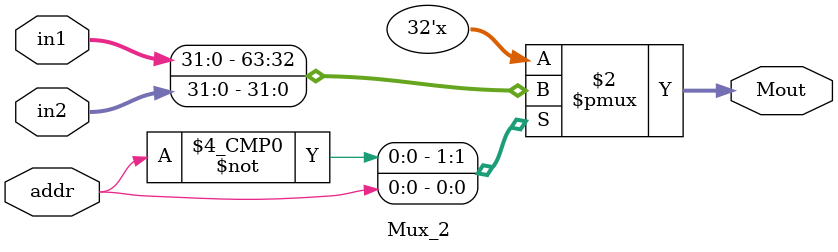
<source format=v>
module Mux_4_32 (addr,in1,in2,in3,in4,Mout);
    input [1:0]    addr;
    input [31:0]   in1,in2,in3,in4;
    output [31:0]  Mout;
    reg [31:0]     Mout;
    always@(addr or in1 or in2 or in3 or in4 ) 
    begin
        case(addr)
            2'b00: Mout <= in1;
            2'b01: Mout <= in2;
            2'b10: Mout <= in3;
            2'b11: Mout <= in4;
        endcase
    end
endmodule

module Mux_4_5 (addr,in1,in2,in3,in4,Mout);
    input [1:0]     addr;
    input [4:0]     in1,in2,in3,in4;
    output [4:0]    Mout;
    reg [4:0]       Mout;
    always@(addr or in1 or in2 or in3 or in4 ) 
    begin
        case(addr)
            2'b00: Mout <= in1;
            2'b01: Mout <= in2;
            2'b10: Mout <= in3;
            2'b11: Mout <= in4;
        endcase
    end
endmodule

module Mux_2 (addr,in1,in2,Mout);    //it's deserted
    input  addr;
    input [31:0] in1,in2;
    output [31:0] Mout;
    reg [31:0] Mout;
    always@(addr or in1 or in2 ) 
    begin
        case(addr)
            1'b0: Mout <= in1;
            1'b1: Mout <= in2;
        endcase
    end
endmodule
</source>
